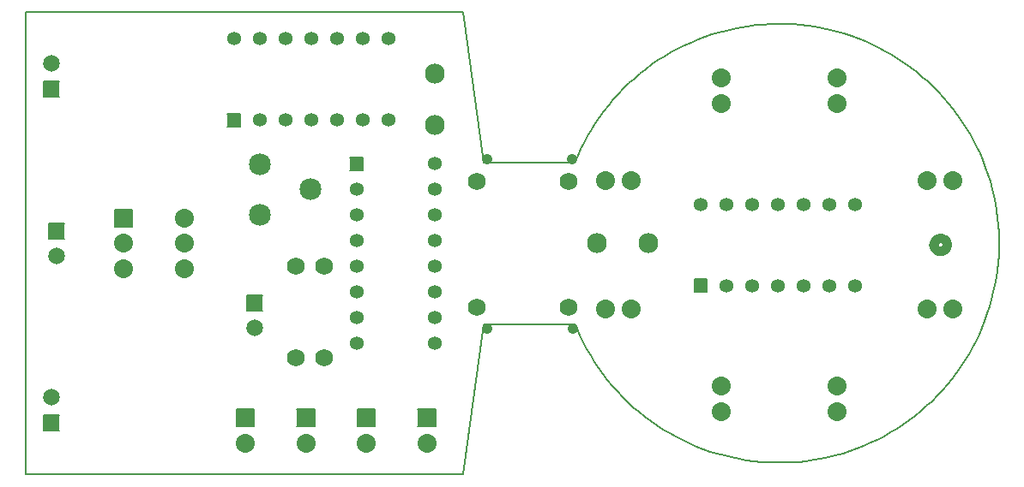
<source format=gts>
*
%FSLAX26Y26*%
%MOIN*%
%ADD10C,0.036000*%
%ADD11C,0.053500*%
%ADD12C,0.069250*%
%ADD13C,0.073500*%
%ADD14R,0.068000X0.068000*%
%ADD15C,0.005500*%
%ADD16R,0.060250X0.060250*%
%ADD17C,0.005000*%
%ADD18C,0.065250*%
%ADD19C,0.085000*%
%ADD20R,0.048500X0.048500*%
%ADD21C,0.077250*%
%ADD22C,0.008000*%
%ADD23C,0.041496*%
%IPPOS*%
%LNgts*%
%LPD*%
G75*
G54D10*
X3580500Y895000D02*
X3580008Y899984D01*
X3578551Y904777D01*
X3576186Y909192D01*
X3573003Y913059D01*
X3569126Y916230D01*
X3564704Y918581D01*
X3559907Y920023D01*
X3554922Y920500D01*
X3549939Y919993D01*
X3545151Y918521D01*
X3540743Y916142D01*
X3536886Y912948D01*
X3533727Y909061D01*
X3531389Y904631D01*
X3529962Y899830D01*
X3529500Y894843D01*
X3530023Y889862D01*
X3531509Y885079D01*
X3533902Y880678D01*
X3537108Y876831D01*
X3541005Y873684D01*
X3545441Y871359D01*
X3550247Y869947D01*
X3555235Y869501D01*
X3560215Y870039D01*
X3564994Y871540D01*
X3569386Y873946D01*
X3573224Y877164D01*
X3576359Y881070D01*
X3578670Y885514D01*
X3580068Y890324D01*
X3580500Y895000D01*
G54D11*
X810000Y1697390D03*
X1590000Y1210000D03*
X2625000Y1052390D03*
X1410000Y1697390D03*
X1310000D03*
X1210000D03*
X1110000D03*
X1010000D03*
X910000D03*
X1410000Y1380000D03*
X1310000D03*
X1210000D03*
X1110000D03*
X1010000D03*
X910000D03*
X1286300Y1110000D03*
Y1010000D03*
Y910000D03*
Y810000D03*
Y710000D03*
Y610000D03*
Y510000D03*
X1590000Y1110000D03*
Y1010000D03*
Y910000D03*
Y810000D03*
Y710000D03*
Y610000D03*
Y510000D03*
X3225000Y1052390D03*
X3125000D03*
X3025000D03*
X2925000D03*
X2825000D03*
X2725000D03*
X3225000Y735000D03*
X3125000D03*
X3025000D03*
X2925000D03*
X2825000D03*
X2725000D03*
G54D12*
X2110000Y1140000D03*
X1755670D03*
Y650000D03*
X2110000D03*
X1050000Y455670D03*
Y810000D03*
X1160000D03*
Y455670D03*
G54D13*
X618110Y998430D03*
Y900000D03*
Y801580D03*
X381890Y900000D03*
Y801580D03*
X2705000Y345000D03*
Y245000D03*
X3155000Y345000D03*
Y245000D03*
X3505000Y645000D03*
X3605000D03*
X3505000Y1145000D03*
X3605000D03*
X3155000Y1445000D03*
Y1545000D03*
X2705000Y1445000D03*
Y1545000D03*
X2355000Y1145000D03*
X2255000D03*
X2355000Y645000D03*
X2255000D03*
X855000Y120000D03*
X1090000D03*
X1325000D03*
X1560000D03*
G54D14*
X379140Y998430D02*
X384640D01*
G54D15*
X347890Y1032430D02*
X415890D01*
X347890Y964430D02*
X415890D01*
G54D14*
X852250Y220000D02*
X857750D01*
G54D15*
X821000Y254000D02*
X889000D01*
X821000Y186000D02*
X889000D01*
G54D14*
X1087250Y220000D02*
X1092750D01*
G54D15*
X1056000Y254000D02*
X1124000D01*
X1056000Y186000D02*
X1124000D01*
G54D14*
X1322250Y220000D02*
X1327750D01*
G54D15*
X1291000Y254000D02*
X1359000D01*
X1291000Y186000D02*
X1359000D01*
G54D14*
X1557250Y220000D02*
X1562750D01*
G54D15*
X1526000Y254000D02*
X1594000D01*
X1526000Y186000D02*
X1594000D01*
G54D16*
X117500Y948470D02*
X122500D01*
G54D17*
X89875Y978595D02*
X150125D01*
X89875Y918345D02*
X150125D01*
G54D16*
X97210Y199620D02*
X102210D01*
G54D17*
X69585Y229745D02*
X129835D01*
X69585Y169495D02*
X129835D01*
G54D16*
X97210Y1499620D02*
X102210D01*
G54D17*
X69585Y1529745D02*
X129835D01*
X69585Y1469495D02*
X129835D01*
G54D16*
X887500Y668470D02*
X892500D01*
G54D17*
X859875Y698595D02*
X920125D01*
X859875Y638345D02*
X920125D01*
G54D18*
X120000Y851530D03*
X99710Y299620D03*
Y1599620D03*
X890000Y571530D03*
G54D19*
X912000Y1011000D03*
X1108000Y1110000D03*
X912000Y1209000D03*
G54D20*
X807500Y1380000D02*
X812500D01*
G54D17*
X785750Y1404250D02*
X834250D01*
X785750Y1355750D02*
X834250D01*
G54D20*
X2622500Y735000D02*
X2627500D01*
G54D17*
X2600750Y759250D02*
X2649250D01*
X2600750Y710750D02*
X2649250D01*
G54D20*
X1283800Y1210000D02*
X1288800D01*
G54D17*
X1262050Y1234250D02*
X1310550D01*
X1262050Y1185750D02*
X1310550D01*
G54D21*
X2420000Y900000D03*
X2220000D03*
X1590000Y1360000D03*
Y1560000D03*
G54D22*
X2136870Y582750D02*
X1780379D01*
X1700000Y0D01*
X0D01*
Y1800000D01*
X1700000D01*
X1780975Y1212930D01*
X2135160D01*
X2146254Y1239762D01*
X2158254Y1266200D01*
X2171145Y1292216D01*
X2184912Y1317779D01*
X2199541Y1342859D01*
X2215013Y1367428D01*
X2231312Y1391456D01*
X2248418Y1414917D01*
X2266311Y1437783D01*
X2284970Y1460027D01*
X2304375Y1481625D01*
X2324503Y1502550D01*
X2345330Y1522780D01*
X2366833Y1542290D01*
X2388986Y1561058D01*
X2411765Y1579062D01*
X2435142Y1596282D01*
X2459091Y1612697D01*
X2483583Y1628289D01*
X2508592Y1643040D01*
X2534087Y1656932D01*
X2560040Y1669950D01*
X2586420Y1682078D01*
X2613197Y1693303D01*
X2640340Y1703611D01*
X2667818Y1712991D01*
X2695599Y1721431D01*
X2723650Y1728923D01*
X2751940Y1735457D01*
X2780436Y1741026D01*
X2809104Y1745623D01*
X2837912Y1749243D01*
X2866826Y1751882D01*
X2895814Y1753537D01*
X2924841Y1754206D01*
X2953873Y1753888D01*
X2982879Y1752583D01*
X3011823Y1750294D01*
X3040673Y1747022D01*
X3069394Y1742772D01*
X3097955Y1737548D01*
X3126322Y1731356D01*
X3154462Y1724204D01*
X3182342Y1716100D01*
X3209931Y1707053D01*
X3237197Y1697074D01*
X3264108Y1686174D01*
X3290633Y1674365D01*
X3316741Y1661662D01*
X3342402Y1648079D01*
X3367587Y1633632D01*
X3392267Y1618337D01*
X3416412Y1602212D01*
X3439996Y1585276D01*
X3462990Y1567549D01*
X3485369Y1549050D01*
X3507106Y1529801D01*
X3528176Y1509825D01*
X3548555Y1489144D01*
X3568220Y1467782D01*
X3587147Y1445765D01*
X3605315Y1423117D01*
X3622703Y1399865D01*
X3639291Y1376035D01*
X3655059Y1351656D01*
X3669989Y1326754D01*
X3684065Y1301359D01*
X3697270Y1275501D01*
X3709588Y1249209D01*
X3721005Y1222514D01*
X3731509Y1195446D01*
X3741087Y1168036D01*
X3749728Y1140317D01*
X3757421Y1112321D01*
X3764159Y1084079D01*
X3769933Y1055624D01*
X3774737Y1026990D01*
X3778565Y998209D01*
X3781413Y969314D01*
X3783277Y940339D01*
X3784155Y911318D01*
X3784046Y882284D01*
X3782951Y853270D01*
X3780870Y824310D01*
X3777807Y795437D01*
X3773764Y766685D01*
X3768746Y738088D01*
X3762759Y709677D01*
X3755810Y681486D01*
X3747907Y653548D01*
X3739060Y625894D01*
X3729277Y598557D01*
X3718571Y571569D01*
X3706954Y544959D01*
X3694440Y518760D01*
X3681042Y493001D01*
X3666777Y467713D01*
X3651661Y442924D01*
X3635711Y418663D01*
X3618945Y394958D01*
X3601384Y371836D01*
X3583047Y349325D01*
X3563956Y327450D01*
X3544132Y306236D01*
X3523598Y285708D01*
X3502379Y265890D01*
X3480499Y246804D01*
X3457983Y228473D01*
X3434857Y210918D01*
X3411147Y194159D01*
X3386882Y178215D01*
X3362089Y163105D01*
X3336796Y148847D01*
X3311034Y135456D01*
X3284832Y122949D01*
X3258219Y111339D01*
X3231228Y100640D01*
X3203888Y90865D01*
X3176232Y82025D01*
X3148292Y74129D01*
X3120099Y67188D01*
X3091687Y61208D01*
X3063088Y56198D01*
X3034335Y52163D01*
X3005462Y49107D01*
X2976501Y47034D01*
X2947487Y45946D01*
X2918452Y45846D01*
X2889431Y46731D01*
X2860457Y48603D01*
X2831563Y51458D01*
X2802783Y55294D01*
X2774150Y60105D01*
X2745697Y65887D01*
X2717457Y72632D01*
X2689462Y80334D01*
X2661745Y88982D01*
X2634339Y98567D01*
X2607273Y109078D01*
X2580581Y120502D01*
X2554292Y132827D01*
X2528438Y146039D01*
X2503047Y160121D01*
X2478149Y175059D01*
X2453774Y190833D01*
X2429948Y207427D01*
X2406701Y224821D01*
X2384058Y242996D01*
X2362045Y261929D01*
X2340689Y281599D01*
X2320014Y301984D01*
X2300043Y323059D01*
X2280800Y344801D01*
X2262307Y367185D01*
X2244586Y390184D01*
X2227656Y413772D01*
X2211538Y437921D01*
X2196249Y462605D01*
X2181809Y487794D01*
X2168233Y513459D01*
X2155537Y539570D01*
X2143735Y566098D01*
X2139340Y576644D01*
X2136870Y582750D01*
G54D23*
X1794070Y567041D03*
X2126305D03*
X2124533Y1228639D03*
X1794666D03*
M02*

</source>
